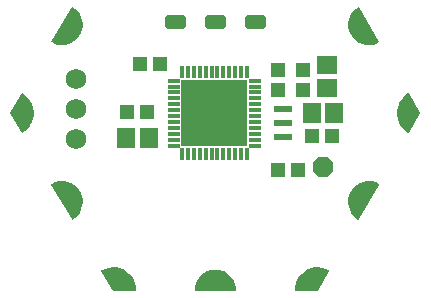
<source format=gbr>
G04 EAGLE Gerber RS-274X export*
G75*
%MOMM*%
%FSLAX34Y34*%
%LPD*%
%INSoldermask Bottom*%
%IPPOS*%
%AMOC8*
5,1,8,0,0,1.08239X$1,22.5*%
G01*
%ADD10R,1.203200X1.303200*%
%ADD11R,1.603197X0.603200*%
%ADD12R,1.016000X0.457200*%
%ADD13R,0.457200X1.016000*%
%ADD14R,5.588000X5.588000*%
%ADD15P,1.869504X8X22.500000*%
%ADD16R,1.303200X1.203200*%
%ADD17R,1.503200X1.703200*%
%ADD18R,1.703200X1.503200*%
%ADD19C,1.727200*%
%ADD20C,1.203200*%
%ADD21C,0.697853*%

G36*
X362310Y196375D02*
X362310Y196375D01*
X362339Y196373D01*
X362406Y196395D01*
X362476Y196409D01*
X362500Y196426D01*
X362528Y196435D01*
X362581Y196481D01*
X362640Y196522D01*
X362656Y196546D01*
X362678Y196565D01*
X362709Y196629D01*
X362747Y196689D01*
X362752Y196718D01*
X362765Y196744D01*
X362773Y196843D01*
X362780Y196885D01*
X362778Y196896D01*
X362779Y196910D01*
X362547Y199708D01*
X362537Y199741D01*
X362533Y199789D01*
X361844Y202511D01*
X361829Y202542D01*
X361817Y202589D01*
X360690Y205160D01*
X360670Y205189D01*
X360650Y205233D01*
X359115Y207583D01*
X359090Y207608D01*
X359064Y207649D01*
X357162Y209714D01*
X357134Y209735D01*
X357102Y209770D01*
X354886Y211495D01*
X354855Y211510D01*
X354817Y211540D01*
X352348Y212876D01*
X352314Y212886D01*
X352272Y212909D01*
X351086Y213316D01*
X349632Y213816D01*
X349617Y213821D01*
X349582Y213825D01*
X349537Y213841D01*
X346767Y214303D01*
X346733Y214302D01*
X346685Y214310D01*
X343877Y214310D01*
X343843Y214303D01*
X343795Y214303D01*
X341026Y213841D01*
X340993Y213829D01*
X340946Y213821D01*
X338290Y212909D01*
X338261Y212892D01*
X338215Y212876D01*
X335746Y211540D01*
X335719Y211517D01*
X335676Y211495D01*
X333461Y209770D01*
X333438Y209744D01*
X333400Y209714D01*
X331499Y207649D01*
X331481Y207619D01*
X331448Y207583D01*
X329912Y205233D01*
X329899Y205201D01*
X329873Y205160D01*
X328745Y202589D01*
X328738Y202555D01*
X328735Y202549D01*
X328729Y202540D01*
X328728Y202534D01*
X328718Y202511D01*
X328029Y199789D01*
X328027Y199755D01*
X328016Y199708D01*
X327784Y196910D01*
X327787Y196881D01*
X327782Y196852D01*
X327799Y196783D01*
X327807Y196713D01*
X327822Y196687D01*
X327828Y196659D01*
X327870Y196602D01*
X327906Y196540D01*
X327929Y196522D01*
X327946Y196499D01*
X328007Y196462D01*
X328064Y196419D01*
X328092Y196412D01*
X328117Y196397D01*
X328215Y196381D01*
X328257Y196370D01*
X328268Y196372D01*
X328281Y196370D01*
X362281Y196370D01*
X362310Y196375D01*
G37*
G36*
X223888Y256679D02*
X223888Y256679D01*
X223959Y256676D01*
X223986Y256686D01*
X224015Y256688D01*
X224106Y256730D01*
X224145Y256745D01*
X224153Y256753D01*
X224166Y256759D01*
X226470Y258358D01*
X226494Y258383D01*
X226533Y258411D01*
X228542Y260368D01*
X228562Y260396D01*
X228596Y260430D01*
X230256Y262691D01*
X230270Y262722D01*
X230299Y262761D01*
X231563Y265264D01*
X231573Y265297D01*
X231594Y265340D01*
X232430Y268018D01*
X232433Y268052D01*
X232448Y268098D01*
X232831Y270876D01*
X232829Y270911D01*
X232836Y270959D01*
X232757Y273762D01*
X232749Y273796D01*
X232747Y273844D01*
X232208Y276596D01*
X232195Y276628D01*
X232186Y276675D01*
X231200Y279301D01*
X231185Y279326D01*
X231180Y279346D01*
X231172Y279356D01*
X231165Y279376D01*
X229761Y281804D01*
X229738Y281830D01*
X229714Y281871D01*
X227930Y284035D01*
X227903Y284057D01*
X227872Y284094D01*
X225756Y285934D01*
X225726Y285952D01*
X225690Y285983D01*
X223300Y287450D01*
X223267Y287462D01*
X223226Y287488D01*
X220627Y288541D01*
X220593Y288548D01*
X220548Y288566D01*
X217811Y289177D01*
X217777Y289178D01*
X217730Y289188D01*
X214929Y289341D01*
X214895Y289336D01*
X214847Y289339D01*
X212060Y289028D01*
X212027Y289018D01*
X211979Y289013D01*
X209281Y288248D01*
X209250Y288232D01*
X209203Y288219D01*
X206668Y287020D01*
X206644Y287003D01*
X206617Y286992D01*
X206566Y286944D01*
X206509Y286901D01*
X206494Y286876D01*
X206473Y286856D01*
X206444Y286791D01*
X206409Y286729D01*
X206405Y286700D01*
X206393Y286674D01*
X206392Y286603D01*
X206383Y286532D01*
X206391Y286504D01*
X206391Y286475D01*
X206426Y286382D01*
X206437Y286341D01*
X206444Y286332D01*
X206449Y286319D01*
X223449Y256919D01*
X223468Y256897D01*
X223481Y256871D01*
X223534Y256823D01*
X223581Y256770D01*
X223607Y256757D01*
X223629Y256738D01*
X223696Y256715D01*
X223760Y256684D01*
X223789Y256683D01*
X223817Y256674D01*
X223888Y256679D01*
G37*
G36*
X475667Y404401D02*
X475667Y404401D01*
X475716Y404399D01*
X478503Y404709D01*
X478536Y404720D01*
X478584Y404725D01*
X481282Y405490D01*
X481313Y405506D01*
X481359Y405519D01*
X483895Y406717D01*
X483918Y406735D01*
X483945Y406745D01*
X483997Y406794D01*
X484054Y406836D01*
X484069Y406862D01*
X484090Y406882D01*
X484118Y406947D01*
X484154Y407008D01*
X484158Y407037D01*
X484169Y407064D01*
X484170Y407135D01*
X484179Y407206D01*
X484171Y407234D01*
X484172Y407263D01*
X484137Y407356D01*
X484125Y407397D01*
X484118Y407406D01*
X484113Y407419D01*
X467113Y436819D01*
X467094Y436840D01*
X467082Y436867D01*
X467029Y436914D01*
X466982Y436968D01*
X466955Y436980D01*
X466934Y437000D01*
X466866Y437023D01*
X466802Y437053D01*
X466773Y437054D01*
X466745Y437064D01*
X466674Y437059D01*
X466604Y437062D01*
X466576Y437052D01*
X466547Y437050D01*
X466457Y437007D01*
X466417Y436992D01*
X466409Y436985D01*
X466397Y436979D01*
X464093Y435379D01*
X464069Y435354D01*
X464029Y435327D01*
X462020Y433370D01*
X462001Y433341D01*
X461966Y433308D01*
X460307Y431047D01*
X460292Y431015D01*
X460264Y430977D01*
X458999Y428473D01*
X458990Y428440D01*
X458968Y428397D01*
X458133Y425720D01*
X458129Y425685D01*
X458115Y425639D01*
X457731Y422861D01*
X457733Y422827D01*
X457727Y422779D01*
X457806Y419976D01*
X457814Y419942D01*
X457815Y419894D01*
X458355Y417141D01*
X458368Y417109D01*
X458377Y417062D01*
X459362Y414436D01*
X459381Y414407D01*
X459397Y414362D01*
X460801Y411934D01*
X460824Y411908D01*
X460848Y411866D01*
X462633Y409703D01*
X462659Y409681D01*
X462690Y409644D01*
X464806Y407803D01*
X464836Y407786D01*
X464873Y407754D01*
X467263Y406287D01*
X467295Y406275D01*
X467336Y406250D01*
X469935Y405196D01*
X469970Y405190D01*
X470014Y405172D01*
X472751Y404560D01*
X472786Y404560D01*
X472833Y404549D01*
X475633Y404396D01*
X475667Y404401D01*
G37*
G36*
X466707Y256679D02*
X466707Y256679D01*
X466778Y256679D01*
X466805Y256690D01*
X466834Y256693D01*
X466896Y256728D01*
X466962Y256756D01*
X466982Y256776D01*
X467007Y256791D01*
X467071Y256867D01*
X467101Y256898D01*
X467105Y256908D01*
X467113Y256919D01*
X484113Y286319D01*
X484123Y286347D01*
X484139Y286370D01*
X484154Y286440D01*
X484177Y286507D01*
X484174Y286536D01*
X484181Y286565D01*
X484167Y286635D01*
X484161Y286706D01*
X484148Y286732D01*
X484142Y286760D01*
X484103Y286819D01*
X484070Y286882D01*
X484047Y286901D01*
X484031Y286925D01*
X483949Y286982D01*
X483917Y287009D01*
X483906Y287012D01*
X483895Y287020D01*
X481359Y288219D01*
X481325Y288227D01*
X481282Y288248D01*
X478584Y289013D01*
X478549Y289015D01*
X478503Y289028D01*
X475716Y289339D01*
X475681Y289336D01*
X475633Y289341D01*
X472833Y289188D01*
X472799Y289180D01*
X472751Y289177D01*
X470014Y288566D01*
X469983Y288552D01*
X469935Y288541D01*
X467336Y287488D01*
X467307Y287468D01*
X467263Y287450D01*
X464873Y285983D01*
X464847Y285960D01*
X464806Y285934D01*
X462690Y284094D01*
X462669Y284066D01*
X462633Y284035D01*
X460848Y281871D01*
X460832Y281841D01*
X460801Y281804D01*
X459397Y279376D01*
X459386Y279343D01*
X459379Y279330D01*
X459369Y279315D01*
X459369Y279313D01*
X459362Y279301D01*
X458377Y276675D01*
X458372Y276641D01*
X458355Y276596D01*
X457815Y273844D01*
X457815Y273809D01*
X457806Y273762D01*
X457727Y270959D01*
X457733Y270924D01*
X457731Y270876D01*
X458115Y268098D01*
X458126Y268065D01*
X458133Y268018D01*
X458968Y265340D01*
X458985Y265310D01*
X458999Y265264D01*
X460264Y262761D01*
X460285Y262734D01*
X460307Y262691D01*
X461966Y260430D01*
X461992Y260407D01*
X462020Y260368D01*
X464029Y258411D01*
X464058Y258392D01*
X464093Y258358D01*
X466397Y256759D01*
X466423Y256747D01*
X466446Y256729D01*
X466514Y256708D01*
X466579Y256680D01*
X466608Y256680D01*
X466636Y256672D01*
X466707Y256679D01*
G37*
G36*
X217730Y404549D02*
X217730Y404549D01*
X217763Y404558D01*
X217811Y404560D01*
X220548Y405172D01*
X220580Y405186D01*
X220627Y405196D01*
X223226Y406250D01*
X223255Y406269D01*
X223300Y406287D01*
X225690Y407754D01*
X225715Y407778D01*
X225756Y407803D01*
X227872Y409644D01*
X227894Y409671D01*
X227930Y409703D01*
X229714Y411866D01*
X229731Y411897D01*
X229761Y411934D01*
X231165Y414362D01*
X231176Y414395D01*
X231200Y414436D01*
X232186Y417062D01*
X232191Y417096D01*
X232208Y417141D01*
X232747Y419894D01*
X232747Y419928D01*
X232757Y419976D01*
X232836Y422779D01*
X232830Y422813D01*
X232831Y422861D01*
X232448Y425639D01*
X232436Y425672D01*
X232430Y425720D01*
X231594Y428397D01*
X231578Y428428D01*
X231563Y428473D01*
X230299Y430977D01*
X230277Y431004D01*
X230256Y431047D01*
X228596Y433308D01*
X228571Y433331D01*
X228542Y433370D01*
X226533Y435327D01*
X226504Y435346D01*
X226470Y435379D01*
X224166Y436979D01*
X224139Y436990D01*
X224117Y437009D01*
X224049Y437029D01*
X223983Y437057D01*
X223954Y437058D01*
X223926Y437066D01*
X223856Y437058D01*
X223785Y437059D01*
X223758Y437047D01*
X223729Y437044D01*
X223667Y437009D01*
X223601Y436982D01*
X223581Y436961D01*
X223555Y436947D01*
X223492Y436870D01*
X223462Y436840D01*
X223458Y436829D01*
X223449Y436819D01*
X206449Y407419D01*
X206440Y407391D01*
X206423Y407367D01*
X206408Y407298D01*
X206386Y407230D01*
X206388Y407201D01*
X206382Y407173D01*
X206396Y407103D01*
X206401Y407032D01*
X206415Y407006D01*
X206420Y406977D01*
X206460Y406919D01*
X206493Y406855D01*
X206515Y406837D01*
X206531Y406813D01*
X206613Y406756D01*
X206646Y406729D01*
X206656Y406725D01*
X206668Y406717D01*
X209203Y405519D01*
X209237Y405511D01*
X209281Y405490D01*
X211979Y404725D01*
X212013Y404722D01*
X212060Y404709D01*
X214847Y404399D01*
X214882Y404402D01*
X214929Y404396D01*
X217730Y404549D01*
G37*
G36*
X509008Y329879D02*
X509008Y329879D01*
X509079Y329879D01*
X509106Y329890D01*
X509135Y329894D01*
X509197Y329929D01*
X509263Y329956D01*
X509283Y329977D01*
X509308Y329991D01*
X509372Y330068D01*
X509401Y330099D01*
X509405Y330109D01*
X509414Y330120D01*
X518914Y346620D01*
X518924Y346651D01*
X518933Y346664D01*
X518937Y346689D01*
X518938Y346692D01*
X518969Y346763D01*
X518970Y346786D01*
X518977Y346808D01*
X518971Y346885D01*
X518972Y346962D01*
X518963Y346986D01*
X518961Y347007D01*
X518941Y347046D01*
X518914Y347118D01*
X509414Y363618D01*
X509395Y363640D01*
X509383Y363666D01*
X509330Y363714D01*
X509282Y363767D01*
X509256Y363780D01*
X509235Y363799D01*
X509167Y363822D01*
X509103Y363853D01*
X509074Y363854D01*
X509047Y363864D01*
X508976Y363859D01*
X508904Y363862D01*
X508877Y363852D01*
X508848Y363850D01*
X508758Y363808D01*
X508718Y363793D01*
X508710Y363785D01*
X508698Y363780D01*
X506174Y362038D01*
X506151Y362013D01*
X506112Y361987D01*
X503901Y359863D01*
X503881Y359835D01*
X503847Y359803D01*
X502005Y357352D01*
X501991Y357321D01*
X501962Y357284D01*
X500538Y354569D01*
X500528Y354537D01*
X500512Y354512D01*
X500511Y354504D01*
X500506Y354495D01*
X499535Y351586D01*
X499531Y351553D01*
X499516Y351508D01*
X499024Y348482D01*
X499025Y348448D01*
X499018Y348402D01*
X499018Y345336D01*
X499018Y345332D01*
X499018Y345330D01*
X499024Y345303D01*
X499024Y345302D01*
X499024Y345256D01*
X499516Y342229D01*
X499528Y342197D01*
X499535Y342151D01*
X500506Y339243D01*
X500523Y339213D01*
X500538Y339169D01*
X501962Y336454D01*
X501984Y336428D01*
X502005Y336386D01*
X503847Y333935D01*
X503873Y333912D01*
X503901Y333875D01*
X506112Y331750D01*
X506141Y331732D01*
X506174Y331700D01*
X508698Y329958D01*
X508724Y329947D01*
X508747Y329928D01*
X508815Y329908D01*
X508881Y329880D01*
X508909Y329880D01*
X508937Y329871D01*
X509008Y329879D01*
G37*
G36*
X181587Y329879D02*
X181587Y329879D01*
X181658Y329875D01*
X181685Y329886D01*
X181714Y329888D01*
X181805Y329930D01*
X181845Y329945D01*
X181853Y329952D01*
X181865Y329958D01*
X184388Y331700D01*
X184412Y331724D01*
X184451Y331750D01*
X186662Y333875D01*
X186681Y333902D01*
X186715Y333935D01*
X188557Y336386D01*
X188572Y336417D01*
X188600Y336454D01*
X190025Y339169D01*
X190034Y339201D01*
X190057Y339243D01*
X191027Y342151D01*
X191032Y342185D01*
X191047Y342229D01*
X191539Y345256D01*
X191537Y345289D01*
X191545Y345336D01*
X191545Y348402D01*
X191538Y348435D01*
X191539Y348482D01*
X191047Y351508D01*
X191035Y351540D01*
X191027Y351586D01*
X190057Y354495D01*
X190043Y354518D01*
X190037Y354543D01*
X190031Y354552D01*
X190025Y354569D01*
X188600Y357284D01*
X188579Y357310D01*
X188557Y357352D01*
X186715Y359803D01*
X186690Y359825D01*
X186662Y359863D01*
X184451Y361987D01*
X184422Y362005D01*
X184388Y362038D01*
X181865Y363780D01*
X181838Y363791D01*
X181816Y363809D01*
X181748Y363830D01*
X181682Y363858D01*
X181653Y363858D01*
X181625Y363866D01*
X181554Y363858D01*
X181483Y363858D01*
X181457Y363847D01*
X181428Y363844D01*
X181365Y363809D01*
X181300Y363781D01*
X181280Y363760D01*
X181254Y363746D01*
X181191Y363669D01*
X181161Y363639D01*
X181157Y363628D01*
X181149Y363618D01*
X171649Y347118D01*
X171624Y347045D01*
X171593Y346974D01*
X171593Y346951D01*
X171586Y346929D01*
X171592Y346853D01*
X171591Y346776D01*
X171600Y346751D01*
X171601Y346731D01*
X171622Y346691D01*
X171641Y346639D01*
X171643Y346634D01*
X171644Y346632D01*
X171649Y346620D01*
X181149Y330120D01*
X181168Y330098D01*
X181180Y330072D01*
X181233Y330024D01*
X181280Y329971D01*
X181306Y329958D01*
X181328Y329939D01*
X181395Y329915D01*
X181459Y329885D01*
X181488Y329883D01*
X181516Y329874D01*
X181587Y329879D01*
G37*
G36*
X431957Y196385D02*
X431957Y196385D01*
X432035Y196394D01*
X432054Y196405D01*
X432076Y196409D01*
X432140Y196453D01*
X432208Y196491D01*
X432224Y196511D01*
X432240Y196522D01*
X432264Y196559D01*
X432314Y196620D01*
X441814Y213120D01*
X441823Y213147D01*
X441839Y213170D01*
X441854Y213241D01*
X441877Y213308D01*
X441875Y213337D01*
X441881Y213365D01*
X441867Y213435D01*
X441861Y213507D01*
X441848Y213532D01*
X441842Y213560D01*
X441802Y213619D01*
X441769Y213683D01*
X441747Y213701D01*
X441731Y213725D01*
X441648Y213783D01*
X441616Y213809D01*
X441606Y213812D01*
X441595Y213820D01*
X438829Y215129D01*
X438796Y215137D01*
X438754Y215157D01*
X435814Y216005D01*
X435780Y216007D01*
X435735Y216021D01*
X432697Y216386D01*
X432663Y216383D01*
X432617Y216389D01*
X429559Y216262D01*
X429526Y216254D01*
X429480Y216252D01*
X426482Y215637D01*
X426451Y215623D01*
X426405Y215614D01*
X423545Y214526D01*
X423517Y214508D01*
X423473Y214491D01*
X420825Y212958D01*
X420799Y212936D01*
X420759Y212912D01*
X418391Y210974D01*
X418369Y210948D01*
X418333Y210919D01*
X416307Y208626D01*
X416290Y208597D01*
X416259Y208562D01*
X414626Y205974D01*
X414614Y205942D01*
X414589Y205902D01*
X413393Y203086D01*
X413386Y203053D01*
X413383Y203046D01*
X413379Y203039D01*
X413378Y203034D01*
X413368Y203010D01*
X412639Y200038D01*
X412638Y200004D01*
X412626Y199959D01*
X412384Y196908D01*
X412387Y196880D01*
X412382Y196852D01*
X412399Y196782D01*
X412408Y196711D01*
X412422Y196686D01*
X412428Y196659D01*
X412471Y196601D01*
X412507Y196539D01*
X412529Y196521D01*
X412546Y196499D01*
X412608Y196462D01*
X412665Y196419D01*
X412693Y196412D01*
X412717Y196397D01*
X412817Y196380D01*
X412858Y196370D01*
X412869Y196372D01*
X412881Y196370D01*
X431881Y196370D01*
X431957Y196385D01*
G37*
G36*
X277709Y196375D02*
X277709Y196375D01*
X277737Y196373D01*
X277806Y196395D01*
X277876Y196409D01*
X277900Y196425D01*
X277926Y196434D01*
X277981Y196481D01*
X278040Y196522D01*
X278055Y196545D01*
X278077Y196564D01*
X278108Y196629D01*
X278147Y196689D01*
X278152Y196717D01*
X278164Y196743D01*
X278173Y196844D01*
X278180Y196885D01*
X278178Y196895D01*
X278179Y196908D01*
X277936Y199959D01*
X277927Y199991D01*
X277924Y200038D01*
X277195Y203010D01*
X277180Y203040D01*
X277170Y203086D01*
X275974Y205902D01*
X275954Y205930D01*
X275936Y205974D01*
X274304Y208562D01*
X274280Y208586D01*
X274256Y208626D01*
X272229Y210919D01*
X272202Y210939D01*
X272172Y210974D01*
X269804Y212912D01*
X269774Y212928D01*
X269738Y212958D01*
X267090Y214491D01*
X267057Y214502D01*
X267017Y214526D01*
X264157Y215614D01*
X264124Y215620D01*
X264080Y215637D01*
X261083Y216252D01*
X261049Y216252D01*
X261003Y216262D01*
X257946Y216389D01*
X257913Y216384D01*
X257866Y216386D01*
X254828Y216021D01*
X254796Y216010D01*
X254749Y216005D01*
X251809Y215157D01*
X251779Y215141D01*
X251734Y215129D01*
X248968Y213820D01*
X248945Y213803D01*
X248918Y213793D01*
X248866Y213744D01*
X248809Y213701D01*
X248794Y213676D01*
X248773Y213657D01*
X248744Y213591D01*
X248708Y213529D01*
X248705Y213501D01*
X248693Y213474D01*
X248692Y213403D01*
X248683Y213332D01*
X248691Y213304D01*
X248691Y213276D01*
X248726Y213181D01*
X248737Y213140D01*
X248744Y213132D01*
X248749Y213120D01*
X258249Y196620D01*
X258300Y196561D01*
X258346Y196499D01*
X258365Y196487D01*
X258380Y196471D01*
X258450Y196437D01*
X258517Y196397D01*
X258542Y196393D01*
X258559Y196385D01*
X258604Y196383D01*
X258681Y196370D01*
X277681Y196370D01*
X277709Y196375D01*
G37*
D10*
X444018Y327431D03*
X427018Y327431D03*
D11*
X402249Y326590D03*
X402249Y338590D03*
X402249Y350590D03*
D12*
X379032Y374376D03*
X379032Y369375D03*
X379032Y364373D03*
X379032Y359372D03*
X379032Y354371D03*
X379032Y349370D03*
X379032Y344368D03*
X379032Y339367D03*
X379032Y334366D03*
X379032Y329365D03*
X379032Y324363D03*
X379032Y319362D03*
D13*
X371995Y312325D03*
X366994Y312325D03*
X361992Y312325D03*
X356991Y312325D03*
X351990Y312325D03*
X346989Y312325D03*
X341987Y312325D03*
X336986Y312325D03*
X331985Y312325D03*
X326984Y312325D03*
X321982Y312325D03*
X316981Y312325D03*
D12*
X309944Y319362D03*
X309944Y324363D03*
X309944Y329365D03*
X309944Y334366D03*
X309944Y339367D03*
X309944Y344368D03*
X309944Y349370D03*
X309944Y354371D03*
X309944Y359372D03*
X309944Y364373D03*
X309944Y369375D03*
X309944Y374376D03*
D13*
X316981Y381413D03*
X321982Y381413D03*
X326984Y381413D03*
X331985Y381413D03*
X336986Y381413D03*
X341987Y381413D03*
X346989Y381413D03*
X351990Y381413D03*
X356991Y381413D03*
X361992Y381413D03*
X366994Y381413D03*
X371995Y381413D03*
D14*
X344488Y346869D03*
D15*
X436395Y301669D03*
D10*
X298083Y388311D03*
X281083Y388311D03*
D16*
X398174Y298415D03*
X415174Y298415D03*
D10*
X419242Y383358D03*
X419242Y366358D03*
X398396Y383355D03*
X398396Y366355D03*
D16*
X270500Y347504D03*
X287500Y347504D03*
D17*
X445792Y347365D03*
X426792Y347365D03*
D18*
X439960Y387531D03*
X439960Y368531D03*
D17*
X269837Y325426D03*
X288837Y325426D03*
D19*
X226940Y375577D03*
X226940Y350177D03*
X226940Y324777D03*
D20*
X510481Y346869D03*
X427881Y203769D03*
X262681Y203769D03*
X180081Y346869D03*
X469181Y418369D03*
X467594Y275369D03*
X345281Y203769D03*
X221381Y275369D03*
X221381Y418369D03*
D21*
X305623Y426390D02*
X316677Y426390D01*
X316677Y421336D01*
X305623Y421336D01*
X305623Y426390D01*
X339754Y426390D02*
X350808Y426390D01*
X350808Y421336D01*
X339754Y421336D01*
X339754Y426390D01*
X373886Y426390D02*
X384940Y426390D01*
X384940Y421336D01*
X373886Y421336D01*
X373886Y426390D01*
M02*

</source>
